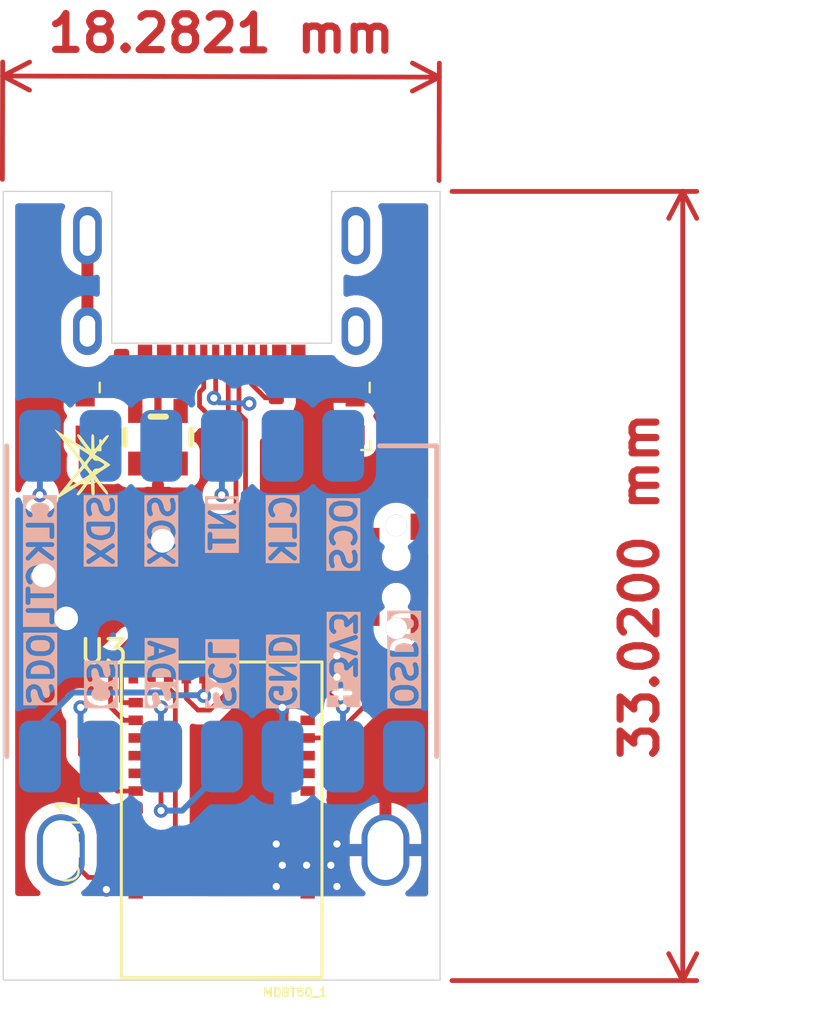
<source format=kicad_pcb>
(kicad_pcb (version 20240108) (generator "pcbnew") (generator_version "8.0")
  (layers (0 "F.Cu" signal) (31 "B.Cu" signal) (34 "B.Paste" user) (35 "F.Paste" user) (36 "B.SilkS" user "B.Silkscreen") (37 "F.SilkS" user "F.Silkscreen") (38 "B.Mask" user) (39 "F.Mask" user) (44 "Edge.Cuts" user))
  (net 0 "")
  (net 1 "B+")
  (net 2 "Net-(ETA4054S1F1-STAT)")
  (net 3 "VBUS")
  (net 4 "Net-(ETA4054S1F1-ISET)")
  (net 5 "Net-(LED1C1-A)")
  (net 6 "SWCLK")
  (net 7 "Net-(LED1n1-A)")
  (net 9 "USB_CHASSIS")
  (net 13 "D-")
  (net 17 "D+")
  (net 18 "SWDIO")
  (net 19 "Net-(MDBT50_1-P0.31)")
  (net 20 "RST")
  (net 22 "SDO")
  (net 25 "+3.3V")
  (net 26 "CS")
  (net 27 "SCL")
  (net 28 "CLK")
  (net 29 "SDA")
  (net 30 "INT1")
  (net 33 "CLK_EN")
  (net 34 "GND")
  (net 35 "SCX")
  (net 36 "SDX")
  (net 37 "Net-(U2-CC1)")
  (net 38 "Net-(U2-CC2)")
  (net 39 "Net-(MDBT50_1-P0.30)")
  (footprint "LED_custom:XINGLIGHT XL-1608UBC-04" (layer "F.Cu") (at 110.871 72.771 -90)
    (property "Reference" "LED1C1" (hide yes))
    (property "Value" "XINGLIGHT XL-1608UBC-04" (hide yes))
    (pad "1" smd rect (at -0.8 0 270) (size 0.8 0.8) (layers "F.Cu" "F.Paste" "F.Mask") (net 2 "Net-(ETA4054S1F1-STAT)"))
    (pad "2" smd rect (at 0.8 0 270) (size 0.8 0.8) (layers "F.Cu" "F.Paste" "F.Mask") (net 5 "Net-(LED1C1-A)"))
  )
  (footprint "passive_custom:C_0402_JLC" (layer "F.Cu") (at 111.764 90.5404 90)
    (property "Reference" "C1n1" (at 0.0508 -1.6256 90) (layer "F.SilkS") (effects (font (thickness 0.1))))
    (property "Value" "10uF")
    (pad "1" smd roundrect (at -0.4626 -0.004001 90) (size 0.56 0.62) (layers "F.Cu" "F.Paste" "F.Mask") (net 1 "B+"))
    (pad "2" smd roundrect (at 0.4974 -0.004 90) (size 0.56 0.62) (layers "F.Cu" "F.Paste" "F.Mask") (net 34 "GND"))
  )
  (footprint "MDBT50 footprint:MDBT50" (layer "F.Cu") (at 116.586 89.662 180)
    (property "Reference" "MDBT50_1" (at -3.075003 -7.225001 360) (layer "F.SilkS") (effects (font (size 0.354331 0.354331) (thickness 0.088583))))
    (property "Value" "MDBT50_52833" (hide yes))
    (pad "1" smd rect (at -3.6 -3.1 180) (size 0.6 0.4) (layers "F.Cu" "F.Paste" "F.Mask") (net 34 "GND"))
    (pad "2" smd rect (at -3.6 -0.28 180) (size 0.6 0.4) (layers "F.Cu" "F.Paste" "F.Mask"))
    (pad "3" smd rect (at -3.6 0.46 180) (size 0.6 0.4) (layers "F.Cu" "F.Paste" "F.Mask"))
    (pad "4" smd rect (at -3.6 1.2 180) (size 0.6 0.4) (layers "F.Cu" "F.Paste" "F.Mask"))
    (pad "5" smd rect (at -3.6 1.94 180) (size 0.6 0.4) (layers "F.Cu" "F.Paste" "F.Mask"))
    (pad "6" smd rect (at -3.6 2.68 180) (size 0.6 0.4) (layers "F.Cu" "F.Paste" "F.Mask") (net 39 "Net-(MDBT50_1-P0.30)"))
    (pad "7" smd rect (at -3.6 3.42 180) (size 0.6 0.4) (layers "F.Cu" "F.Paste" "F.Mask") (net 19 "Net-(MDBT50_1-P0.31)"))
    (pad "8" smd rect (at -3.6 4.16 180) (size 0.6 0.4) (layers "F.Cu" "F.Paste" "F.Mask"))
    (pad "9" smd rect (at -3.6 4.9 180) (size 0.6 0.4) (layers "F.Cu" "F.Paste" "F.Mask"))
    (pad "10" smd rect (at -3.7 6 180) (size 0.4 0.6) (layers "F.Cu" "F.Paste" "F.Mask") (net 34 "GND"))
    (pad "11" smd rect (at -2.96 6 180) (size 0.4 0.6) (layers "F.Cu" "F.Paste" "F.Mask"))
    (pad "12" smd rect (at -2.22 6 180) (size 0.4 0.6) (layers "F.Cu" "F.Paste" "F.Mask"))
    (pad "13" smd rect (at -1.48 6 180) (size 0.4 0.6) (layers "F.Cu" "F.Paste" "F.Mask"))
    (pad "14" smd rect (at -0.74 6 180) (size 0.4 0.6) (layers "F.Cu" "F.Paste" "F.Mask"))
    (pad "15" smd rect (at 0 6 180) (size 0.4 0.6) (layers "F.Cu" "F.Paste" "F.Mask") (net 30 "INT1"))
    (pad "16" smd rect (at 0.74 6 180) (size 0.4 0.6) (layers "F.Cu" "F.Paste" "F.Mask") (net 22 "SDO"))
    (pad "17" smd rect (at 1.48 6 180) (size 0.4 0.6) (layers "F.Cu" "F.Paste" "F.Mask") (net 25 "+3.3V"))
    (pad "18" smd rect (at 2.22 6 180) (size 0.4 0.6) (layers "F.Cu" "F.Paste" "F.Mask") (net 1 "B+"))
    (pad "19" smd rect (at 2.96 6 180) (size 0.4 0.6) (layers "F.Cu" "F.Paste" "F.Mask") (net 3 "VBUS"))
    (pad "20" smd rect (at 3.7 6 180) (size 0.4 0.6) (layers "F.Cu" "F.Paste" "F.Mask") (net 34 "GND"))
    (pad "21" smd rect (at 3.6 4.9 180) (size 0.6 0.4) (layers "F.Cu" "F.Paste" "F.Mask") (net 13 "D-"))
    (pad "22" smd rect (at 3.6 4.16 180) (size 0.6 0.4) (layers "F.Cu" "F.Paste" "F.Mask") (net 17 "D+"))
    (pad "23" smd rect (at 3.6 3.42 180) (size 0.6 0.4) (layers "F.Cu" "F.Paste" "F.Mask") (net 29 "SDA"))
    (pad "24" smd rect (at 3.6 2.68 180) (size 0.6 0.4) (layers "F.Cu" "F.Paste" "F.Mask") (net 27 "SCL"))
    (pad "25" smd rect (at 3.6 1.94 180) (size 0.6 0.4) (layers "F.Cu" "F.Paste" "F.Mask") (net 20 "RST"))
    (pad "26" smd rect (at 3.6 1.2 180) (size 0.6 0.4) (layers "F.Cu" "F.Paste" "F.Mask") (net 26 "CS"))
    (pad "27" smd rect (at 3.6 0.46 180) (size 0.6 0.4) (layers "F.Cu" "F.Paste" "F.Mask") (net 18 "SWDIO"))
    (pad "28" smd rect (at 3.6 -0.28 180) (size 0.6 0.4) (layers "F.Cu" "F.Paste" "F.Mask") (net 6 "SWCLK"))
    (pad "29" smd rect (at 3.6 -1.02 180) (size 0.6 0.4) (layers "F.Cu" "F.Paste" "F.Mask") (net 9 "USB_CHASSIS"))
    (pad "30" smd rect (at 3.6 -1.76 180) (size 0.6 0.4) (layers "F.Cu" "F.Paste" "F.Mask") (net 33 "CLK_EN"))
    (pad "31" smd rect (at 3.6 -3.1 180) (size 0.6 0.4) (layers "F.Cu" "F.Paste" "F.Mask") (net 34 "GND"))
  )
  (footprint "passive_custom:R_0402_JLC" (layer "F.Cu") (at 111.379 74.803 180)
    (property "Reference" "R2C1" (hide yes))
    (property "Value" "15k" (hide yes))
    (pad "1" smd roundrect (at -0.51 -0.000001 180) (size 0.54 0.64) (layers "F.Cu" "F.Paste" "F.Mask") (net 3 "VBUS"))
    (pad "2" smd roundrect (at 0.51 0.000001 180) (size 0.54 0.64) (layers "F.Cu" "F.Paste" "F.Mask") (net 5 "Net-(LED1C1-A)"))
  )
  (footprint "MDBT50 footprint:Paw-Connect_RevA_TC2030-IDC-NL_2x03_P1.27mm_Vertical" (layer "F.Cu") (at 111.627179 79.621977)
    (property "Reference" "U3" (at 0.02 3.01 0) (layer "F.SilkS"))
    (property "Value" "~")
    (pad "" np_thru_hole circle (at -2.488934 -0.18511 207.5) (size 0.9906 0.9906) (drill 0.9906) (layers "*.Cu" "*.Mask"))
    (pad "" np_thru_hole circle (at -1.550661 1.617298 207.5) (size 0.9906 0.9906) (drill 0.9906) (layers "*.Cu" "*.Mask"))
    (pad "" np_thru_hole circle (at 2.486218 -1.629589 207.5) (size 0.9906 0.9906) (drill 0.9906) (layers "*.Cu" "*.Mask"))
    (pad "1" connect custom (at 0.93 -1.28 207.5) (size 0.7874 0.7874) (layers "F.Cu" "F.Mask") (net 25 "+3.3V") (options (clearance outline) (anchor circle)) (primitives (gr_poly (pts (xy -0.48978 0.67719) (xy -0.510885 0.663528) (xy -0.530922 0.648135) (xy -0.549835 0.630994) (xy -0.567363 0.612317) (xy -0.583289 0.592361) (xy -0.597624 0.571188) (xy -0.610379 0.548855) (xy -0.621567 0.525421) (xy -0.631197 0.500946) (xy -0.63928 0.475488) (xy -0.645829 0.449108) (xy -0.654366 0.393811) (xy -0.656898 0.335528) (xy -0.653514 0.27473) (xy -0.644305 0.211891) (xy -0.629358 0.14748) (xy -0.608765 0.081971) (xy -0.582614 0.015835) (xy -0.550996 -0.050455) (xy -0.513999 -0.116431) (xy -0.471714 -0.181616) (xy -0.424229 -0.245541) (xy -0.371634 -0.307733) (xy -0.343783 -0.337678) (xy -0.315386 -0.366332) (xy -0.286496 -0.393682) (xy -0.257171 -0.41971) (xy -0.227466 -0.444403) (xy -0.197437 -0.467744) (xy -0.167139 -0.48972) (xy -0.136628 -0.510313) (xy -0.10596 -0.52951) (xy -0.07519 -0.547294) (xy -0.044375 -0.563652) (xy -0.01357 -0.578566) (xy 0.017169 -0.592022) (xy 0.047788 -0.604006) (xy 0.07823 -0.614501) (xy 0.108439 -0.623492) (xy 0.13836 -0.630965) (xy 0.167937 -0.636902) (xy 0.197113 -0.641292) (xy 0.225836 -0.644116) (xy 0.254046 -0.64536) (xy 0.28169 -0.64501) (xy 0.308711 -0.643049) (xy 0.335054 -0.639462) (xy 0.360664 -0.634235) (xy 0.385484 -0.627351) (xy 0.409458 -0.618795) (xy 0.432531 -0.608554) (xy 0.454648 -0.59661) (xy 0.475753 -0.58295) (xy 0.49579 -0.567556) (xy 0.514703 -0.550415) (xy 0.532232 -0.531737) (xy 0.548158 -0.511781) (xy 0.562494 -0.490607) (xy 0.57525 -0.468274) (xy 0.586437 -0.44484) (xy 0.596067 -0.420365) (xy 0.604151 -0.394906) (xy 0.610701 -0.368525) (xy 0.619238 -0.313228) (xy 0.621771 -0.254945) (xy 0.618387 -0.194147) (xy 0.609178 -0.131307) (xy 0.594232 -0.066897) (xy 0.573639 -0.001388) (xy 0.547489 0.064749) (xy 0.51587 0.13104) (xy 0.478873 0.197015) (xy 0.436588 0.262201) (xy 0.389102 0.326126) (xy 0.336508 0.388319) (xy 0.336509 0.388317) (xy 0.308657 0.418262) (xy 0.280258 0.446916) (xy 0.251369 0.474265) (xy 0.222043 0.500294) (xy 0.192337 0.524986) (xy 0.162308 0.548327) (xy 0.132009 0.570302) (xy 0.101499 0.590896) (xy 0.07083 0.610092) (xy 0.04006 0.627876) (xy 0.009245 0.644233) (xy -0.021561 0.659148) (xy -0.052301 0.672604) (xy -0.082919 0.684587) (xy -0.113362 0.695082) (xy -0.143571 0.704073) (xy -0.173492 0.711545) (xy -0.203068 0.717483) (xy -0.232245 0.721872) (xy -0.260967 0.724697) (xy -0.289177 0.725941) (xy -0.316822 0.72559) (xy -0.343843 0.723628) (xy -0.370186 0.720042) (xy -0.395795 0.714814) (xy -0.420615 0.70793) (xy -0.444589 0.699375) (xy -0.467663 0.689133)) (width 0) (fill yes))))
    (pad "2" connect custom (at 1.82 -0.56 207.5) (size 0.7874 0.7874) (layers "F.Cu" "F.Mask") (net 18 "SWDIO") (options (clearance outline) (anchor circle)) (primitives (gr_poly (pts (xy -0.416452 0.403732) (xy -0.436126 0.392017) (xy -0.45484 0.379359) (xy -0.472555 0.365772) (xy -0.489228 0.351272) (xy -0.504816 0.335874) (xy -0.519279 0.319593) (xy -0.532572 0.302446) (xy -0.544656 0.284446) (xy -0.555487 0.265611) (xy -0.565024 0.245954) (xy -0.573225 0.225491) (xy -0.580047 0.204239) (xy -0.585448 0.182211) (xy -0.589346 0.159693) (xy -0.591701 0.136984) (xy -0.592543 0.114124) (xy -0.591905 0.091152) (xy -0.589817 0.068106) (xy -0.586309 0.045027) (xy -0.581411 0.021954) (xy -0.575155 -0.001077) (xy -0.567571 -0.024024) (xy -0.558691 -0.046849) (xy -0.548543 -0.069512) (xy -0.53716 -0.091976) (xy -0.51081 -0.136146) (xy -0.479885 -0.179048) (xy -0.44463 -0.220367) (xy -0.405292 -0.259793) (xy -0.362115 -0.297013) (xy -0.315345 -0.331714) (xy -0.265228 -0.363586) (xy -0.212008 -0.392314) (xy -0.155931 -0.417587) (xy -0.097244 -0.439093) (xy -0.067353 -0.448229) (xy -0.037622 -0.456129) (xy -0.008092 -0.46281) (xy 0.021194 -0.468285) (xy 0.050195 -0.472571) (xy 0.078868 -0.475682) (xy 0.107171 -0.477634) (xy 0.135062 -0.478444) (xy 0.1625 -0.478125) (xy 0.189442 -0.476693) (xy 0.215847 -0.474164) (xy 0.241671 -0.470553) (xy 0.266874 -0.465875) (xy 0.291412 -0.460146) (xy 0.315245 -0.453381) (xy 0.33833 -0.445595) (xy 0.360625 -0.436804) (xy 0.382089 -0.427023) (xy 0.402678 -0.416268) (xy 0.422351 -0.404553) (xy 0.441066 -0.391894) (xy 0.458781 -0.378307) (xy 0.475454 -0.363807) (xy 0.491042 -0.348408) (xy 0.505505 -0.332128) (xy 0.518799 -0.31498) (xy 0.530884 -0.296981) (xy 0.541715 -0.278145) (xy 0.551253 -0.258489) (xy 0.559454 -0.238026) (xy 0.566277 -0.216773) (xy 0.571679 -0.194746) (xy 0.575577 -0.172228) (xy 0.577932 -0.149519) (xy 0.578775 -0.126659) (xy 0.578136 -0.103687) (xy 0.576049 -0.080642) (xy 0.572539 -0.057563) (xy 0.567643 -0.034489) (xy 0.561386 -0.011458) (xy 0.553803 0.011489) (xy 0.544922 0.034314) (xy 0.534775 0.056977) (xy 0.523391 0.07944) (xy 0.497041 0.123611) (xy 0.466116 0.166513) (xy 0.430862 0.207832) (xy 0.391523 0.247258) (xy 0.348346 0.284477) (xy 0.301576 0.319179) (xy 0.251459 0.351051) (xy 0.19824 0.379779) (xy 0.142163 0.405052) (xy 0.083475 0.426558) (xy 0.053584 0.435693) (xy 0.023853 0.443593) (xy -0.005679 0.450273) (xy -0.034965 0.455748) (xy -0.063966 0.460033) (xy -0.092639 0.463144) (xy -0.120943 0.465097) (xy -0.148834 0.465906) (xy -0.176273 0.465587) (xy -0.203216 0.464156) (xy -0.22962 0.461627) (xy -0.255445 0.458016) (xy -0.280648 0.453339) (xy -0.305187 0.447609) (xy -0.32902 0.440844) (xy -0.352105 0.433059) (xy -0.3744 0.424268) (xy -0.395863 0.414487)) (width 0) (fill yes))))
    (pad "3" connect custom (at -0.27 -1.3 207.5) (size 0.7874 0.7874) (layers "F.Cu" "F.Mask") (net 20 "RST") (options (clearance outline) (anchor circle)) (primitives (gr_poly (pts (xy -0.303651 0.770058) (xy -0.324999 0.756515) (xy -0.345477 0.74127) (xy -0.365067 0.724377) (xy -0.383747 0.705892) (xy -0.401501 0.68587) (xy -0.418307 0.664364) (xy -0.434151 0.641432) (xy -0.449009 0.617128) (xy -0.462866 0.591507) (xy -0.4757 0.564626) (xy -0.487494 0.536537) (xy -0.498228 0.507298) (xy -0.507885 0.476962) (xy -0.516444 0.445586) (xy -0.523888 0.413223) (xy -0.530196 0.379931) (xy -0.535351 0.345763) (xy -0.539333 0.310775) (xy -0.542123 0.275023) (xy -0.543704 0.23856) (xy -0.544055 0.201442) (xy -0.543157 0.163726) (xy -0.540993 0.125466) (xy -0.537542 0.086716) (xy -0.532787 0.047532) (xy -0.526708 0.00797) (xy -0.519287 -0.031917) (xy -0.510503 -0.072072) (xy -0.489305 -0.151074) (xy -0.463818 -0.226776) (xy -0.434375 -0.298837) (xy -0.401312 -0.366918) (xy -0.364964 -0.430676) (xy -0.325665 -0.489774) (xy -0.283752 -0.543867) (xy -0.239559 -0.592618) (xy -0.193419 -0.635686) (xy -0.14567 -0.672729) (xy -0.096646 -0.703409) (xy -0.04668 -0.727383) (xy -0.02145 -0.736749) (xy 0.00389 -0.744311) (xy 0.029297 -0.750027) (xy 0.054731 -0.753854) (xy 0.080148 -0.755749) (xy 0.105507 -0.755671) (xy 0.130767 -0.753576) (xy 0.155884 -0.74942) (xy 0.180526 -0.743241) (xy 0.204374 -0.73514) (xy 0.227407 -0.725168) (xy 0.249608 -0.713384) (xy 0.270957 -0.699841) (xy 0.291435 -0.684596) (xy 0.311024 -0.667703) (xy 0.329706 -0.649218) (xy 0.34746 -0.629195) (xy 0.364267 -0.60769) (xy 0.38011 -0.584758) (xy 0.394969 -0.560454) (xy 0.408826 -0.534834) (xy 0.42166 -0.507952) (xy 0.433454 -0.479864) (xy 0.444189 -0.450624) (xy 0.453845 -0.420289) (xy 0.462405 -0.388912) (xy 0.469848 -0.35655) (xy 0.476156 -0.323258) (xy 0.481311 -0.28909) (xy 0.485294 -0.254103) (xy 0.488084 -0.21835) (xy 0.489664 -0.181888) (xy 0.490014 -0.144771) (xy 0.489116 -0.107055) (xy 0.486952 -0.068795) (xy 0.483502 -0.030045) (xy 0.478746 0.009138) (xy 0.472666 0.048699) (xy 0.465245 0.088585) (xy 0.456461 0.128739) (xy 0.435264 0.207743) (xy 0.409776 0.283446) (xy 0.380334 0.355508) (xy 0.347272 0.42359) (xy 0.310924 0.487349) (xy 0.271626 0.546446) (xy 0.229712 0.600541) (xy 0.185519 0.649292) (xy 0.13938 0.69236) (xy 0.09163 0.729404) (xy 0.042605 0.760083) (xy -0.00736 0.784056) (xy -0.032592 0.793423) (xy -0.057932 0.800986) (xy -0.08334 0.806701) (xy -0.108773 0.810528) (xy -0.134192 0.812423) (xy -0.159552 0.812344) (xy -0.184811 0.810248) (xy -0.209929 0.806093) (xy -0.234572 0.799915) (xy -0.258418 0.791812) (xy -0.281451 0.781841)) (width 0) (fill yes))))
    (pad "4" connect custom (at 0.339999 0.040001 207.5) (size 0.7874 0.7874) (layers "F.Cu" "F.Mask") (net 6 "SWCLK") (options (clearance outline) (anchor circle)) (primitives (gr_poly (pts (xy -0.278455 0.42508) (xy -0.33442 0.389032) (xy -0.387569 0.349918) (xy -0.437934 0.30792) (xy -0.485543 0.263217) (xy -0.530424 0.215989) (xy -0.572606 0.166416) (xy -0.612116 0.114679) (xy -0.648985 0.060955) (xy -0.683241 0.005426) (xy -0.714914 -0.051728) (xy -0.744031 -0.110328) (xy -0.770621 -0.170194) (xy -0.794712 -0.231146) (xy -0.816336 -0.293004) (xy -0.835518 -0.355589) (xy -0.801212 -0.36427) (xy -0.767123 -0.373875) (xy -0.733238 -0.384288) (xy -0.699547 -0.395394) (xy -0.632697 -0.419225) (xy -0.566486 -0.444449) (xy -0.435613 -0.495395) (xy -0.370768 -0.519277) (xy -0.338455 -0.530419) (xy -0.306199 -0.540873) (xy -0.270848 -0.551497) (xy -0.235708 -0.561114) (xy -0.200734 -0.569599) (xy -0.165881 -0.576826) (xy -0.131103 -0.58267) (xy -0.096355 -0.587004) (xy -0.06159 -0.589701) (xy -0.026765 -0.590638) (xy 0.008167 -0.589688) (xy 0.043252 -0.586724) (xy 0.078535 -0.581622) (xy 0.11406 -0.574255) (xy 0.149874 -0.564497) (xy 0.186023 -0.552223) (xy 0.22255 -0.537307) (xy 0.259503 -0.519623) (xy 0.277667 -0.509715) (xy 0.295189 -0.499493) (xy 0.312087 -0.488959) (xy 0.328374 -0.478119) (xy 0.344069 -0.466976) (xy 0.359185 -0.455536) (xy 0.387751 -0.43178) (xy 0.414196 -0.406887) (xy 0.438652 -0.380892) (xy 0.461246 -0.353831) (xy 0.482103 -0.325739) (xy 0.501354 -0.296651) (xy 0.519125 -0.266605) (xy 0.535545 -0.235635) (xy 0.550741 -0.203776) (xy 0.564841 -0.171066) (xy 0.577973 -0.137538) (xy 0.590265 -0.10323) (xy 0.601845 -0.068175) (xy 0.612416 -0.033593) (xy 0.622384 0.001488) (xy 0.641003 0.072874) (xy 0.67643 0.218598) (xy 0.695211 0.291829) (xy 0.7053 0.328295) (xy 0.71602 0.364568) (xy 0.727492 0.400581) (xy 0.739843 0.436262) (xy 0.753193 0.471544) (xy 0.767667 0.506357) (xy 0.706996 0.524756) (xy 0.645641 0.540835) (xy 0.583717 0.554478) (xy 0.521344 0.565572) (xy 0.458638 0.573999) (xy 0.395715 0.579647) (xy 0.332694 0.582399) (xy 0.26969 0.582141) (xy 0.206821 0.578757) (xy 0.144206 0.572131) (xy 0.081958 0.562151) (xy 0.020197 0.5487) (xy -0.040962 0.531663) (xy -0.1014 0.510925) (xy -0.161 0.486371) (xy -0.219647 0.457886)) (width 0) (fill yes))))
    (pad "5" connect custom (at -1.18 -0.580001 207.5) (size 0.7874 0.7874) (layers "F.Cu" "F.Mask") (net 34 "GND") (options (clearance outline) (anchor circle)) (primitives (gr_poly (pts (xy -0.117895 0.551553) (xy -0.138128 0.539416) (xy -0.158027 0.526026) (xy -0.177554 0.511413) (xy -0.196671 0.495601) (xy -0.215343 0.478616) (xy -0.233533 0.460484) (xy -0.251204 0.441231) (xy -0.268322 0.420883) (xy -0.284846 0.399466) (xy -0.300744 0.377005) (xy -0.315977 0.353527) (xy -0.330508 0.329058) (xy -0.344303 0.303624) (xy -0.357323 0.27725) (xy -0.369533 0.249963) (xy -0.380896 0.221787) (xy -0.391376 0.192751) (xy -0.400934 0.162878) (xy -0.416783 0.10219) (xy -0.428061 0.041512) (xy -0.434884 -0.018779) (xy -0.437367 -0.078301) (xy -0.435627 -0.136673) (xy -0.429778 -0.193515) (xy -0.419937 -0.248446) (xy -0.406218 -0.301086) (xy -0.388738 -0.351055) (xy -0.367614 -0.397972) (xy -0.35572 -0.420167) (xy -0.342959 -0.441457) (xy -0.329343 -0.461792) (xy -0.314889 -0.481128) (xy -0.29961 -0.499415) (xy -0.283521 -0.516607) (xy -0.266637 -0.532654) (xy -0.248972 -0.547511) (xy -0.230539 -0.561129) (xy -0.211354 -0.573461) (xy -0.191431 -0.58446) (xy -0.170785 -0.594077) (xy -0.149682 -0.602172) (xy -0.128403 -0.608653) (xy -0.106987 -0.613547) (xy -0.085467 -0.616879) (xy -0.063882 -0.618674) (xy -0.042268 -0.61896) (xy -0.02066 -0.617761) (xy 0.000903 -0.615104) (xy 0.022387 -0.611015) (xy 0.043752 -0.60552) (xy 0.064965 -0.598644) (xy 0.085989 -0.590413) (xy 0.106787 -0.580855) (xy 0.12732 -0.569993) (xy 0.147555 -0.557855) (xy 0.167454 -0.544466) (xy 0.18698 -0.529853) (xy 0.206098 -0.51404) (xy 0.22477 -0.497056) (xy 0.242961 -0.478922) (xy 0.260632 -0.459669) (xy 0.27775 -0.439321) (xy 0.294275 -0.417903) (xy 0.310172 -0.395443) (xy 0.325405 -0.371964) (xy 0.339938 -0.347495) (xy 0.353732 -0.32206) (xy 0.366752 -0.295686) (xy 0.378962 -0.268398) (xy 0.390325 -0.240223) (xy 0.400804 -0.211186) (xy 0.410363 -0.181313) (xy 0.426212 -0.120626) (xy 0.437491 -0.059948) (xy 0.444313 0.000343) (xy 0.446796 0.059863) (xy 0.445055 0.118234) (xy 0.439206 0.175075) (xy 0.429364 0.230007) (xy 0.415645 0.282646) (xy 0.398165 0.332615) (xy 0.377039 0.379531) (xy 0.365145 0.401726) (xy 0.352384 0.423015) (xy 0.338768 0.443352) (xy 0.324314 0.462686) (xy 0.309035 0.480973) (xy 0.292946 0.498165) (xy 0.276061 0.514212) (xy 0.258395 0.52907) (xy 0.239963 0.542687) (xy 0.220778 0.55502) (xy 0.200854 0.566018) (xy 0.180209 0.575636) (xy 0.159106 0.58373) (xy 0.137827 0.590212) (xy 0.11641 0.595106) (xy 0.094891 0.598437) (xy 0.073306 0.600233) (xy 0.051692 0.600519) (xy 0.030085 0.599319) (xy 0.008521 0.596663) (xy -0.012961 0.592573) (xy -0.034327 0.587079) (xy -0.05554 0.580203) (xy -0.076563 0.571973) (xy -0.09736 0.562414)) (width 0) (fill yes))))
    (pad "6" connect custom (at -0.56 0.88 207.5) (size 0.7874 0.7874) (layers "F.Cu" "F.Mask") (options (clearance outline) (anchor circle)) (primitives (gr_poly (pts (xy -0.290363 0.753241) (xy -0.302283 0.722037) (xy -0.31346 0.689854) (xy -0.324007 0.656769) (xy -0.343655 0.588191) (xy -0.362123 0.516897) (xy -0.399112 0.368552) (xy -0.419425 0.292695) (xy -0.430428 0.254606) (xy -0.442145 0.21651) (xy -0.454986 0.177868) (xy -0.469004 0.139305) (xy -0.484321 0.100944) (xy -0.50106 0.062908) (xy -0.519342 0.025319) (xy -0.53929 -0.011699) (xy -0.561025 -0.048025) (xy -0.584671 -0.083534) (xy -0.610348 -0.118105) (xy -0.638179 -0.151613) (xy -0.668287 -0.183938) (xy -0.700793 -0.214955) (xy -0.735819 -0.244542) (xy -0.773487 -0.272576) (xy -0.813919 -0.298935) (xy -0.857239 -0.323494) (xy -0.87974 -0.334627) (xy -0.902198 -0.34489) (xy -0.924609 -0.354301) (xy -0.946967 -0.362884) (xy -0.96927 -0.370659) (xy -0.991514 -0.377648) (xy -1.013695 -0.383873) (xy -1.035811 -0.389354) (xy -1.079827 -0.398172) (xy -1.123536 -0.404274) (xy -1.166906 -0.407831) (xy -1.209909 -0.409013) (xy -1.252516 -0.407992) (xy -1.294698 -0.40494) (xy -1.336423 -0.400026) (xy -1.377665 -0.393424) (xy -1.418393 -0.385303) (xy -1.458578 -0.375835) (xy -1.498192 -0.365191) (xy -1.537205 -0.353542) (xy -1.572232 -0.342253) (xy -1.606905 -0.330462) (xy -1.675196 -0.30579) (xy -1.807634 -0.255063) (xy -1.871824 -0.230702) (xy -1.934689 -0.208138) (xy -1.965631 -0.197795) (xy -1.996251 -0.18822) (xy -2.026548 -0.179517) (xy -2.056529 -0.171793) (xy -2.072826 -0.268486) (xy -2.083838 -0.364889) (xy -2.089669 -0.460375) (xy -2.090422 -0.554324) (xy -2.086198 -0.646109) (xy -2.077101 -0.735108) (xy -2.063234 -0.820695) (xy -2.044701 -0.902248) (xy -2.021604 -0.979144) (xy -1.994046 -1.050756) (xy -1.978626 -1.084387) (xy -1.962129 -1.116463) (xy -1.944569 -1.146906) (xy -1.925958 -1.175639) (xy -1.906309 -1.202583) (xy -1.885634 -1.227661) (xy -1.863948 -1.250796) (xy -1.841261 -1.271907) (xy -1.817588 -1.290918) (xy -1.792942 -1.30775) (xy -1.767335 -1.322326) (xy -1.74078 -1.334567) (xy -1.694578 -1.351888) (xy -1.650671 -1.365216) (xy -1.608903 -1.37472) (xy -1.569119 -1.380573) (xy -1.53116 -1.382945) (xy -1.49487 -1.382005) (xy -1.460095 -1.377927) (xy -1.426678 -1.370878) (xy -1.394462 -1.361032) (xy -1.363291 -1.348557) (xy -1.333009 -1.333625) (xy -1.30346 -1.316407) (xy -1.274487 -1.297073) (xy -1.245934 -1.275793) (xy -1.189466 -1.228081) (xy -0.949158 -0.993563) (xy -0.879224 -0.930844) (xy -0.802847 -0.869218) (xy -0.761852 -0.839242) (xy -0.718779 -0.810051) (xy -0.67347 -0.781818) (xy -0.625768 -0.754711) (xy -0.590477 -0.736339) (xy -0.54091 -0.712812) (xy -0.49179 -0.691888) (xy -0.443167 -0.673344) (xy -0.39509 -0.656953) (xy -0.34761 -0.642488) (xy -0.300779 -0.629724) (xy -0.209259 -0.608396) (xy 0.120842 -0.545978) (xy 0.192357 -0.527066) (xy 0.226187 -0.515872) (xy 0.258663 -0.503217) (xy 0.289737 -0.488877) (xy 0.319355 -0.472627) (xy 0.347472 -0.454239) (xy 0.374032 -0.433488) (xy 0.398989 -0.410149) (xy 0.422289 -0.383995) (xy 0.443885 -0.354801) (xy 0.463726 -0.322341) (xy 0.481759 -0.28639) (xy 0.497936 -0.246722) (xy 0.512206 -0.203109) (xy 0.524518 -0.155328) (xy 0.529805 -0.125939) (xy 0.532533 -0.095964) (xy 0.53276 -0.065464) (xy 0.530547 -0.034497) (xy 0.525955 -0.003121) (xy 0.519044 0.028604) (xy 0.509873 0.06062) (xy 0.498504 0.092866) (xy 0.469408 0.15782) (xy 0.432238 0.222996) (xy 0.387476 0.287922) (xy 0.335603 0.352127) (xy 0.277102 0.415143) (xy 0.212452 0.476497) (xy 0.142136 0.535721) (xy 0.066635 0.592342) (xy -0.013569 0.64589) (xy -0.097995 0.695896) (xy -0.186162 0.741887) (xy -0.277588 0.783394)) (width 0) (fill yes))))
    (zone (net 0) (net_name "") (layer "F.Cu") (connect_pads (clearance 0)) (min_thickness 0.254)
      (keepout (tracks allowed) (vias not_allowed) (pads allowed) (copperpour not_allowed) (footprints not_allowed))
      (fill (thermal_gap 0.508) (thermal_bridge_width 0.508))
      (polygon (pts (xy 111.027096 80.314901) (xy 113.280103 79.14206) (xy 112.693682 78.015557) (xy 110.440675 79.188398)))
    )
  )
  (footprint "passive_custom:R_0402_JLC" (layer "F.Cu") (at 112.395 70.739 -90)
    (property "Reference" "R2U1" (hide yes))
    (property "Value" "5.1k" (hide yes))
    (pad "1" smd roundrect (at -0.51 -0.000001 270) (size 0.54 0.64) (layers "F.Cu" "F.Paste" "F.Mask") (net 34 "GND"))
    (pad "2" smd roundrect (at 0.51 0.000001 270) (size 0.54 0.64) (layers "F.Cu" "F.Paste" "F.Mask") (net 38 "Net-(U2-CC2)"))
  )
  (footprint "USB-C_Custom:HCTL HC-TYPE-C-16P-CB1.0" (layer "F.Cu") (at 116.586 67.788401 180)
    (property "Reference" "U2" (hide yes))
    (property "Value" "~" (hide yes))
    (pad "0" thru_hole oval (at -5.62 -1.43 180) (size 1.2 2) (drill oval 0.65 1.3) (layers "*.Cu" "*.Mask") (net 9 "USB_CHASSIS"))
    (pad "0" thru_hole oval (at -5.62 2.57 180) (size 1.2 2.4) (drill oval 0.65 1.7) (layers "*.Cu" "*.Mask") (net 9 "USB_CHASSIS"))
    (pad "0" thru_hole oval (at 5.62 -1.43 180) (size 1.2 2) (drill oval 0.65 1.3) (layers "*.Cu" "*.Mask") (net 9 "USB_CHASSIS"))
    (pad "0" thru_hole oval (at 5.62 2.57 180) (size 1.2 2.4) (drill oval 0.65 1.7) (layers "*.Cu" "*.Mask") (net 9 "USB_CHASSIS"))
    (pad "A1B12" smd rect (at -3.21 -2.57 180) (size 0.6 1.15) (layers "F.Cu" "F.Paste" "F.Mask") (net 34 "GND"))
    (pad "A4B9" smd rect (at -2.41 -2.57 180) (size 0.6 1.15) (layers "F.Cu" "F.Paste" "F.Mask") (net 3 "VBUS"))
    (pad "A5" smd rect (at -1.25 -2.57 180) (size 0.3 1.15) (layers "F.Cu" "F.Paste" "F.Mask") (net 37 "Net-(U2-CC1)"))
    (pad "A6" smd rect (at -0.25 -2.57 180) (size 0.3 1.15) (layers "F.Cu" "F.Paste" "F.Mask") (net 17 "D+"))
    (pad "A7" smd rect (at 0.25 -2.57 180) (size 0.3 1.15) (layers "F.Cu" "F.Paste" "F.Mask") (net 13 "D-"))
    (pad "A8" smd rect (at 1.25 -2.57 180) (size 0.3 1.15) (layers "F.Cu" "F.Paste" "F.Mask" "Dwgs.User"))
    (pad "B1A12" smd rect (at 3.21 -2.57 180) (size 0.6 1.15) (layers "F.Cu" "F.Paste" "F.Mask") (net 34 "GND"))
    (pad "B4A9" smd rect (at 2.41 -2.57 180) (size 0.6 1.15) (layers "F.Cu" "F.Paste" "F.Mask") (net 3 "VBUS"))
    (pad "B5" smd rect (at 1.75 -2.57 180) (size 0.3 1.15) (layers "F.Cu" "F.Paste" "F.Mask" "Dwgs.User") (net 38 "Net-(U2-CC2)"))
    (pad "B6" smd rect (at 0.75 -2.57 180) (size 0.3 1.15) (layers "F.Cu" "F.Paste" "F.Mask") (net 17 "D+"))
    (pad "B7" smd rect (at -0.75 -2.57 180) (size 0.3 1.15) (layers "F.Cu" "F.Paste" "F.Mask") (net 13 "D-"))
    (pad "B8" smd rect (at -1.75 -2.57 180) (size 0.3 1.15) (layers "F.Cu" "F.Paste" "F.Mask"))
  )
  (footprint "justPads_custom:2_3-1.5_2.5_1_1" (layer "F.Cu") (at 109.855 90.932)
    (property "Reference" "B+1" (hide yes))
    (property "Value" "B+" (hide yes))
    (pad "1" thru_hole oval (at 0 0) (size 2 3) (drill oval 1.5 2.5) (layers "*.Cu" "*.Mask") (net 1 "B+"))
  )
  (footprint "passive_custom:R_0402_JLC" (layer "F.Cu") (at 119.634 80.137 -90)
    (property "Reference" "R1C1" (hide yes))
    (property "Value" "15k" (hide yes))
    (pad "1" smd roundrect (at -0.51 -0.000001 270) (size 0.54 0.64) (layers "F.Cu" "F.Paste" "F.Mask") (net 4 "Net-(ETA4054S1F1-ISET)"))
    (pad "2" smd roundrect (at 0.51 0.000001 270) (size 0.54 0.64) (layers "F.Cu" "F.Paste" "F.Mask") (net 34 "GND"))
  )
  (footprint "buttons_custom:GT-TC020B-H035-L05" (layer "F.Cu") (at 123.571 79.502 90)
    (property "Reference" "S1" (hide yes))
    (property "Value" "~" (hide yes))
    (pad "" thru_hole circle (at -2.150003 0.325002 90) (size 0.9 0.9) (drill 0.9) (layers "*.Cu" "*.Mask"))
    (pad "" np_thru_hole circle (at -0.849997 0.325 90) (size 0.7 0.7) (drill 0.7) (layers "F&B.Cu" "*.Mask"))
    (pad "" np_thru_hole circle (at 0.85 0.325002 90) (size 0.7 0.7) (drill 0.7) (layers "F&B.Cu" "*.Mask"))
    (pad "" thru_hole circle (at 2.150001 0.325001 90) (size 0.9 0.9) (drill 0.9) (layers "*.Cu" "*.Mask"))
    (pad "1" smd rect (at -1.7 -0.975 90) (size 0.7 1.2) (layers "F.Cu" "F.Paste" "F.Mask") (net 19 "Net-(MDBT50_1-P0.31)"))
    (pad "2" smd rect (at 1.7 -0.975 90) (size 0.7 1.2) (layers "F.Cu" "F.Paste" "F.Mask") (net 34 "GND"))
    (pad "3" smd rect (at 0 -1.275 90) (size 1.5 1) (layers "F.Cu" "F.Paste" "F.Mask") (net 34 "GND"))
    (pad "4" smd rect (at -2.100001 1.274999 90) (size 1.1 0.7) (layers "F.Cu" "F.Paste" "F.Mask") (net 34 "GND"))
    (pad "4" smd rect (at 2.100001 1.275 90) (size 1.1 0.7) (layers "F.Cu" "F.Paste" "F.Mask") (net 34 "GND"))
  )
  (footprint "passive_custom:R_0402_JLC" (layer "F.Cu") (at 119.89 82.550001 180)
    (property "Reference" "R1n1" (hide yes))
    (property "Value" "15k" (hide yes))
    (pad "1" smd roundrect (at -0.51 -0.000001 180) (size 0.54 0.64) (layers "F.Cu" "F.Paste" "F.Mask") (net 39 "Net-(MDBT50_1-P0.30)"))
    (pad "2" smd roundrect (at 0.51 0.000001 180) (size 0.54 0.64) (layers "F.Cu" "F.Paste" "F.Mask") (net 7 "Net-(LED1n1-A)"))
  )
  (footprint "justPads_custom:2_3-1.5_2.5_1_1" (layer "F.Cu") (at 123.444 90.932)
    (property "Reference" "B-1" (hide yes))
    (property "Value" "B-" (hide yes))
    (pad "1" thru_hole oval (at 0 0) (size 2 3) (drill oval 1.5 2.5) (layers "*.Cu" "*.Mask") (net 34 "GND"))
  )
  (footprint "battery_management_custom:ETA4054S2F" (layer "F.Cu") (at 113.919 73.66 -90)
    (property "Reference" "ETA4054S1F1" (hide yes))
    (property "Value" "~")
    (pad "1" smd rect (at 1.099998 0.949707 270) (size 0.999998 0.599999) (layers "F.Cu" "F.Paste" "F.Mask") (net 2 "Net-(ETA4054S1F1-STAT)"))
    (pad "2" smd rect (at 1.074598 0 270) (size 0.999998 0.599999) (layers "F.Cu" "F.Paste" "F.Mask") (net 34 "GND"))
    (pad "3" smd rect (at 1.099996 -0.949958 270) (size 0.999998 0.599999) (layers "F.Cu" "F.Paste" "F.Mask") (net 1 "B+"))
    (pad "4" smd rect (at -1.10015 -0.950214 270) (size 0.999998 0.599999) (layers "F.Cu" "F.Paste" "F.Mask") (net 3 "VBUS"))
    (pad "5" smd rect (at -1.100151 0.949962 270) (size 0.999998 0.599999) (layers "F.Cu" "F.Paste" "F.Mask") (net 4 "Net-(ETA4054S1F1-ISET)"))
  )
  (footprint "passive_custom:C_0402_JLC" (layer "F.Cu") (at 119.634 78.74 180)
    (property "Reference" "C1C2" (hide yes))
    (property "Value" "10uF" (hide yes))
    (pad "1" smd roundrect (at -0.462599 -0.004002 180) (size 0.56 0.62) (layers "F.Cu" "F.Paste" "F.Mask") (net 34 "GND"))
    (pad "2" smd roundrect (at 0.4974 -0.004 180) (size 0.56 0.62) (layers "F.Cu" "F.Paste" "F.Mask") (net 3 "VBUS"))
  )
  (footprint "LOGO" (layer "F.Cu") (at 110.871 74.803 90)
    (property "Reference" "G***" (hide yes))
    (property "Value" "LOGO" (hide yes))
  )
  (footprint "LED_custom:XINGLIGHT XL-1608UBC-04" (layer "F.Cu") (at 122.174 72.771 -90)
    (property "Reference" "LED1n1" (hide yes))
    (property "Value" "XINGLIGHT XL-1608SURC-06" (hide yes))
    (pad "1" smd rect (at -0.8 0 270) (size 0.8 0.8) (layers "F.Cu" "F.Paste" "F.Mask") (net 34 "GND"))
    (pad "2" smd rect (at 0.8 0 270) (size 0.8 0.8) (layers "F.Cu" "F.Paste" "F.Mask") (net 7 "Net-(LED1n1-A)"))
  )
  (footprint "passive_custom:R_0402_JLC" (layer "F.Cu") (at 118.872 72.517 -90)
    (property "Reference" "R1U1" (hide yes))
    (property "Value" "5.1k" (hide yes))
    (pad "1" smd roundrect (at -0.51 -0.000001 270) (size 0.54 0.64) (layers "F.Cu" "F.Paste" "F.Mask") (net 37 "Net-(U2-CC1)"))
    (pad "2" smd roundrect (at 0.51 0.000001 270) (size 0.54 0.64) (layers "F.Cu" "F.Paste" "F.Mask") (net 34 "GND"))
  )
  (footprint "breakout_custom:kounolab-imu" (layer "B.Cu") (at 116.596 80.241)
    (property "Reference" "U6" (hide yes))
    (property "Value" "~" (hide yes))
    (fp_text user "INT" (at 0.635 -4.272 90) (layer "B.SilkS" knockout) (effects (font (thickness 0.2) (bold yes)) (justify left bottom mirror)))
    (fp_text user "GND" (at 1.922433 4.872001 -90) (layer "B.SilkS" knockout) (effects (font (thickness 0.2) (bold yes)) (justify left bottom mirror)))
    (fp_text user "SCL" (at -0.617566 4.872003 -90) (layer "B.SilkS" knockout) (effects (font (thickness 0.2) (bold yes)) (justify left bottom mirror)))
    (fp_text user "SDA" (at -3.157565 4.872 -90) (layer "B.SilkS" knockout) (effects (font (thickness 0.2) (bold yes)) (justify left bottom mirror)))
    (fp_text user "+3V3" (at 4.462437 4.871999 -90) (layer "B.SilkS" knockout) (effects (font (thickness 0.2) (bold yes)) (justify left bottom mirror)))
    (fp_text user "OSDO" (at 7.002435 4.872 -90) (layer "B.SilkS" knockout) (effects (font (thickness 0.2) (bold yes)) (justify left bottom mirror)))
    (fp_text user "OCS" (at 5.714999 -4.145001 90) (layer "B.SilkS" knockout) (effects (font (thickness 0.2) (bold yes)) (justify left bottom mirror)))
    (fp_text user "CLK" (at 3.175 -4.272001 90) (layer "B.SilkS" knockout) (effects (font (thickness 0.2) (bold yes)) (justify left bottom mirror)))
    (fp_text user "CS" (at -5.697565 4.872 -90) (layer "B.SilkS" knockout) (effects (font (thickness 0.2) (bold yes)) (justify left bottom mirror)))
    (fp_text user "SCX" (at -1.905 -4.271998 90) (layer "B.SilkS" knockout) (effects (font (thickness 0.2) (bold yes)) (justify left bottom mirror)))
    (fp_text user "CLKCTL" (at -6.985 -4.271999 90) (layer "B.SilkS" knockout) (effects (font (thickness 0.2) (bold yes)) (justify left bottom mirror)))
    (fp_text user "SDO" (at -8.237563 4.744999 -90) (layer "B.SilkS" knockout) (effects (font (thickness 0.2) (bold yes)) (justify left bottom mirror)))
    (fp_text user "SDX" (at -4.445 -4.272 90) (layer "B.SilkS" knockout) (effects (font (thickness 0.2) (bold yes)) (justify left bottom mirror)))
    (pad "1" smd roundrect (at 7.62 6.777) (size 1.75 3) (layers "B.Cu" "B.Paste" "B.Mask"))
    (pad "2" smd roundrect (at 5.080002 6.776999) (size 1.75 3) (layers "B.Cu" "B.Paste" "B.Mask") (net 25 "+3.3V"))
    (pad "3" smd roundrect (at 2.540002 6.777) (size 1.75 3) (layers "B.Cu" "B.Paste" "B.Mask") (net 34 "GND"))
    (pad "4" smd roundrect (at -0.000002 6.777) (size 1.75 3) (layers "B.Cu" "B.Paste" "B.Mask") (net 27 "SCL"))
    (pad "5" smd roundrect (at -2.540002 6.776998) (size 1.75 3) (layers "B.Cu" "B.Paste" "B.Mask") (net 29 "SDA"))
    (pad "6" smd roundrect (at -5.079998 6.776999) (size 1.75 3) (layers "B.Cu" "B.Paste" "B.Mask") (net 26 "CS"))
    (pad "7" smd roundrect (at -7.62 6.777) (size 1.75 3) (layers "B.Cu" "B.Paste" "B.Mask") (net 22 "SDO"))
    (pad "8" smd roundrect (at 5.08 -6.223) (size 1.75 3) (layers "B.Cu" "B.Paste" "B.Mask"))
    (pad "9" smd roundrect (at 2.54 -6.223) (size 1.75 3) (layers "B.Cu" "B.Paste" "B.Mask") (net 28 "CLK"))
    (pad "10" smd roundrect (at 0.000001 -6.222998) (size 1.75 3) (layers "B.Cu" "B.Paste" "B.Mask") (net 30 "INT1"))
    (pad "11" smd roundrect (at -2.54 -6.223) (size 1.75 3) (layers "B.Cu" "B.Paste" "B.Mask") (net 35 "SCX"))
    (pad "12" smd roundrect (at -5.08 -6.223) (size 1.75 3) (layers "B.Cu" "B.Paste" "B.Mask") (net 36 "SDX"))
    (pad "13" smd roundrect (at -7.62 -6.223) (size 1.75 3) (layers "B.Cu" "B.Paste" "B.Mask") (net 33 "CLK_EN"))
  )
  (gr_line (start 125.73 63.373) (end 121.186 63.373) (stroke (width 0.05)) (layer "Edge.Cuts"))
  (gr_line (start 111.986 63.373) (end 111.986 69.723) (stroke (width 0.05)) (layer "Edge.Cuts"))
  (gr_line (start 107.442 96.373) (end 125.73 96.373) (stroke (width 0.05)) (layer "Edge.Cuts"))
  (gr_line (start 121.186 63.373) (end 121.186 69.723) (stroke (width 0.05)) (layer "Edge.Cuts"))
  (gr_line (start 107.442 63.373) (end 111.986 63.373) (stroke (width 0.05)) (layer "Edge.Cuts"))
  (gr_line (start 107.442 96.373) (end 107.442 63.373) (stroke (width 0.05)) (layer "Edge.Cuts"))
  (gr_line (start 111.986 69.723) (end 121.186 69.723) (stroke (width 0.05)) (layer "Edge.Cuts"))
  (gr_line (start 125.73 96.373) (end 125.73 63.373) (stroke (width 0.05)) (layer "Edge.Cuts"))
  (dimension (type aligned) (layer "F.Cu") (pts (xy 125.73 63.373) (xy 125.73 96.393)) (height -10.16) (gr_text "33.0200 mm" (at 134.09 79.883 90) (layer "F.Cu") (effects (font (size 1.5 1.5) (thickness 0.3)))) (format (prefix "") (suffix "") (units 3) (units_format 1) (precision 4)) (style (thickness 0.2) (arrow_length 1.27) (text_position_mode 0) (extension_height 0.58642) (extension_offset 0.5) keep_text_aligned))
  (dimension (type aligned) (layer "F.Cu") (pts (xy 107.4044 63.369024) (xy 125.686418 63.415611)) (height -4.824854) (gr_text "18.2821 mm" (at 116.562291 56.767486 359.8539937) (layer "F.Cu") (effects (font (size 1.5 1.5) (thickness 0.3)))) (format (prefix "") (suffix "") (units 3) (units_format 1) (precision 4)) (style (thickness 0.2) (arrow_length 1.27) (text_position_mode 0) (extension_height 0.58642) (extension_offset 0.5) keep_text_aligned))
  (segment (start 112.008529 91.983) (end 112.100529 92.075) (width 0.2) (layer "F.Cu") (net 1))
  (segment (start 114.366 84.162) (end 114.366 83.662) (width 0.2) (layer "F.Cu") (net 1))
  (segment (start 114.646 84.442) (end 114.366 84.162) (width 0.2) (layer "F.Cu") (net 1))
  (segment (start 111.759999 91.003) (end 111.759999 91.982999) (width 0.2) (layer "F.Cu") (net 1))
  (segment (start 110.998 92.075) (end 111.419471 92.075) (width 0.2) (layer "F.Cu") (net 1))
  (segment (start 111.419471 92.075) (end 111.511471 91.983) (width 0.2) (layer "F.Cu") (net 1))
  (segment (start 112.100529 92.075) (end 113.284 92.075) (width 0.2) (layer "F.Cu") (net 1))
  (segment (start 111.759999 91.982999) (end 111.76 91.983) (width 0.2) (layer "F.Cu") (net 1))
  (segment (start 109.855 90.932) (end 110.998 92.075) (width 0.2) (layer "F.Cu") (net 1))
  (segment (start 114.646 90.713) (end 114.646 84.442) (width 0.2) (layer "F.Cu") (net 1))
  (segment (start 113.284 92.075) (end 114.646 90.713) (width 0.2) (layer "F.Cu") (net 1))
  (segment (start 111.511471 91.983) (end 111.76 91.983) (width 0.2) (layer "F.Cu") (net 1))
  (segment (start 111.76 91.983) (end 112.008529 91.983) (width 0.2) (layer "F.Cu") (net 1))
  (segment (start 110.966 65.218401) (end 110.966 69.218401) (width 0.5) (layer "F.Cu") (net 9))
  (segment (start 122.206 69.818) (end 122.206 69.218401) (width 0.25) (layer "F.Cu") (net 9))
  (segment (start 110.966 69.218401) (end 110.966 69.668401) (width 0.25) (layer "F.Cu") (net 9))
  (segment (start 110.966 69.7164) (end 110.966 69.218401) (width 0.2) (layer "F.Cu") (net 9))
  (segment (start 117.311 71.245902) (end 117.336 71.220902) (width 0.2) (layer "F.Cu") (net 13))
  (segment (start 117.586 77.865382) (end 117.586 72.940814) (width 0.2) (layer "F.Cu") (net 13))
  (segment (start 117.728889 72.263) (end 117.311 72.263) (width 0.2) (layer "F.Cu") (net 13))
  (segment (start 117.311 72.665814) (end 117.311 72.263) (width 0.2) (layer "F.Cu") (net 13))
  (segment (start 117.742461 72.249428) (end 117.728889 72.263) (width 0.2) (layer "F.Cu") (net 13))
  (segment (start 112.901382 82.55) (end 117.586 77.865382) (width 0.2) (layer "F.Cu") (net 13))
  (segment (start 116.336 71.943) (end 116.336 70.358401) (width 0.2) (layer "F.Cu") (net 13))
  (segment (start 112.986 84.762) (end 112.448 84.762) (width 0.2) (layer "F.Cu") (net 13))
  (segment (start 117.311 72.263) (end 117.311 71.245902) (width 0.2) (layer "F.Cu") (net 13))
  (segment (start 112.386 84.7) (end 112.386 83.062) (width 0.2) (layer "F.Cu") (net 13))
  (segment (start 112.898 82.55) (end 112.901382 82.55) (width 0.2) (layer "F.Cu") (net 13))
  (segment (start 116.261001 72.017999) (end 116.336 71.943) (width 0.2) (layer "F.Cu") (net 13))
  (segment (start 112.386 83.062) (end 112.898 82.55) (width 0.2) (layer "F.Cu") (net 13))
  (segment (start 112.448 84.762) (end 112.386 84.7) (width 0.2) (layer "F.Cu") (net 13))
  (segment (start 117.336 71.220902) (end 117.336 70.358401) (width 0.2) (layer "F.Cu") (net 13))
  (segment (start 117.586 72.940814) (end 117.311 72.665814) (width 0.2) (layer "F.Cu") (net 13))
  (via (at 117.742461 72.249428) (size 0.6) (drill 0.3) (layers "F.Cu" "B.Cu") (net 13))
  (via (at 116.261001 72.017999) (size 0.6) (drill 0.3) (layers "F.Cu" "B.Cu") (net 13))
  (segment (start 116.461004 72.218002) (end 117.711035 72.218002) (width 0.2) (layer "B.Cu") (net 13))
  (segment (start 117.711035 72.218002) (end 117.742461 72.249428) (width 0.2) (layer "B.Cu") (net 13))
  (segment (start 116.261001 72.017999) (end 116.461004 72.218002) (width 0.2) (layer "B.Cu") (net 13))
  (segment (start 116.861 72.39) (end 116.861 71.245902) (width 0.2) (layer "F.Cu") (net 17))
  (segment (start 116.078 72.771) (end 116.8505 72.771) (width 0.2) (layer "F.Cu") (net 17))
  (segment (start 111.93602 82.946294) (end 112.732314 82.15) (width 0.2) (layer "F.Cu") (net 17))
  (segment (start 115.836 71.594473) (end 115.661 71.769473) (width 0.2) (layer "F.Cu") (net 17))
  (segment (start 117.186 77.699696) (end 117.186 73.1065) (width 0.2) (layer "F.Cu") (net 17))
  (segment (start 112.486 85.502) (end 111.93602 84.95202) (width 0.2) (layer "F.Cu") (net 17))
  (segment (start 112.735696 82.15) (end 117.186 77.699696) (width 0.2) (layer "F.Cu") (net 17))
  (segment (start 112.986 85.502) (end 112.486 85.502) (width 0.2) (layer "F.Cu") (net 17))
  (segment (start 116.861 72.7815) (end 116.861 72.39) (width 0.2) (layer "F.Cu") (net 17))
  (segment (start 112.732314 82.15) (end 112.735696 82.15) (width 0.2) (layer "F.Cu") (net 17))
  (segment (start 115.661 72.354) (end 116.078 72.771) (width 0.2) (layer "F.Cu") (net 17))
  (segment (start 115.661 71.769473) (end 115.661 72.354) (width 0.2) (layer "F.Cu") (net 17))
  (segment (start 115.836 70.358401) (end 115.836 71.594473) (width 0.2) (layer "F.Cu") (net 17))
  (segment (start 116.861 71.245902) (end 116.836 71.220902) (width 0.2) (layer "F.Cu") (net 17))
  (segment (start 117.186 73.1065) (end 116.861 72.7815) (width 0.2) (layer "F.Cu") (net 17))
  (segment (start 111.93602 84.95202) (end 111.93602 82.946294) (width 0.2) (layer "F.Cu") (net 17))
  (segment (start 116.836 71.220902) (end 116.836 70.358401) (width 0.2) (layer "F.Cu") (net 17))
  (segment (start 116.8505 72.771) (end 116.861 72.7815) (width 0.2) (layer "F.Cu") (net 17))
  (segment (start 122.596 84.881529) (end 121.235529 86.242) (width 0.2) (layer "F.Cu") (net 19))
  (segment (start 122.596 81.202) (end 122.596 84.881529) (width 0.2) (layer "F.Cu") (net 19))
  (segment (start 121.235529 86.242) (end 120.186 86.242) (width 0.2) (layer "F.Cu") (net 19))
  (segment (start 115.842486 84.473649) (end 115.846 84.477163) (width 0.2) (layer "F.Cu") (net 22))
  (segment (start 115.846 84.477163) (end 115.846 83.662) (width 0.2) (layer "F.Cu") (net 22))
  (via (at 115.842486 84.473649) (size 0.6) (drill 0.3) (layers "F.Cu" "B.Cu") (net 22))
  (segment (start 114.304884 84.338) (end 110.353 84.338) (width 0.25) (layer "B.Cu") (net 22))
  (segment (start 108.976 85.715) (end 108.976 87.018) (width 0.25) (layer "B.Cu") (net 22))
  (segment (start 114.421884 84.455) (end 114.304884 84.338) (width 0.25) (layer "B.Cu") (net 22))
  (segment (start 110.353 84.338) (end 108.976 85.715) (width 0.25) (layer "B.Cu") (net 22))
  (segment (start 115.842486 84.473649) (end 115.823837 84.455) (width 0.25) (layer "B.Cu") (net 22))
  (segment (start 115.823837 84.455) (end 114.421884 84.455) (width 0.25) (layer "B.Cu") (net 22))
  (segment (start 120.965 84.262) (end 116.902664 84.262) (width 0.2) (layer "F.Cu") (net 25))
  (segment (start 116.902664 84.262) (end 116.091015 85.073649) (width 0.2) (layer "F.Cu") (net 25))
  (segment (start 115.593957 85.073649) (end 115.106 84.585692) (width 0.2) (layer "F.Cu") (net 25))
  (segment (start 115.106 84.585692) (end 115.106 83.662) (width 0.2) (layer "F.Cu") (net 25))
  (segment (start 121.666 84.963) (end 120.965 84.262) (width 0.2) (layer "F.Cu") (net 25))
  (segment (start 116.091015 85.073649) (end 115.593957 85.073649) (width 0.2) (layer "F.Cu") (net 25))
  (via (at 121.666 84.963) (size 0.6) (drill 0.3) (layers "F.Cu" "B.Cu") (net 25))
  (segment (start 121.666 84.963) (end 121.666 87.007997) (width 0.25) (layer "B.Cu") (net 25))
  (segment (start 112.026998 81.953) (end 112.037 81.942998) (width 0.25) (layer "B.Cu") (net 25))
  (segment (start 110.677942 84.963) (end 110.677942 86.928942) (width 0.2) (layer "F.Cu") (net 26))
  (segment (start 110.677942 86.928942) (end 112.211 88.462) (width 0.2) (layer "F.Cu") (net 26))
  (segment (start 112.211 88.462) (end 112.986 88.462) (width 0.2) (layer "F.Cu") (net 26))
  (via (at 110.677942 84.963) (size 0.6) (drill 0.3) (layers "F.Cu" "B.Cu") (net 26))
  (segment (start 110.677942 86.179939) (end 111.516002 87.017999) (width 0.25) (layer "B.Cu") (net 26))
  (segment (start 110.677942 84.963) (end 110.677942 86.179939) (width 0.25) (layer "B.Cu") (net 26))
  (segment (start 114.046 87.682) (end 113.346 86.982) (width 0.2) (layer "F.Cu") (net 27))
  (segment (start 114.046 89.281) (end 114.046 87.682) (width 0.2) (layer "F.Cu") (net 27))
  (segment (start 113.346 86.982) (end 112.986 86.982) (width 0.2) (layer "F.Cu") (net 27))
  (via (at 114.046 89.281) (size 0.6) (drill 0.3) (layers "F.Cu" "B.Cu") (net 27))
  (segment (start 116.595998 87.620002) (end 116.595998 87.018) (width 0.25) (layer "B.Cu") (net 27))
  (segment (start 114.046 89.281) (end 114.935 89.281) (width 0.25) (layer "B.Cu") (net 27))
  (segment (start 114.935 89.281) (end 116.595998 87.620002) (width 0.25) (layer "B.Cu") (net 27))
  (segment (start 114.046 85.682) (end 113.486 86.242) (width 0.2) (layer "F.Cu") (net 29))
  (segment (start 114.046 84.963) (end 114.046 85.682) (width 0.2) (layer "F.Cu") (net 29))
  (segment (start 113.486 86.242) (end 112.986 86.242) (width 0.2) (layer "F.Cu") (net 29))
  (via (at 114.046 84.963) (size 0.6) (drill 0.3) (layers "F.Cu" "B.Cu") (net 29))
  (segment (start 114.046 87.008) (end 114.055998 87.017998) (width 0.25) (layer "B.Cu") (net 29))
  (segment (start 114.046 84.963) (end 114.046 87.008) (width 0.25) (layer "B.Cu") (net 29))
  (via (at 116.586 76.073) (size 0.6) (drill 0.3) (layers "F.Cu" "B.Cu") (net 30))
  (segment (start 116.596001 74.018002) (end 116.596001 76.062999) (width 0.25) (layer "B.Cu") (net 30))
  (segment (start 116.596001 76.062999) (end 116.586 76.073) (width 0.25) (layer "B.Cu") (net 30))
  (via (at 108.966 76.073) (size 0.6) (drill 0.3) (layers "F.Cu" "B.Cu") (net 33))
  (segment (start 108.976 76.063) (end 108.966 76.073) (width 0.25) (layer "B.Cu") (net 33))
  (segment (start 108.976 74.018) (end 108.976 76.063) (width 0.25) (layer "B.Cu") (net 33))
  (segment (start 124.845999 81.602001) (end 124.845999 82.926001) (width 0.2) (layer "F.Cu") (net 34))
  (segment (start 124.846 77.401999) (end 124.846 76.078) (width 0.2) (layer "F.Cu") (net 34))
  (segment (start 112.986 92.762) (end 112.934 92.71) (width 0.2) (layer "F.Cu") (net 34))
  (segment (start 121.381 83.662) (end 121.412 83.693) (width 0.2) (layer "F.Cu") (net 34))
  (segment (start 124.846 76.078) (end 124.841 76.073) (width 0.2) (layer "F.Cu") (net 34))
  (segment (start 112.934 92.71) (end 111.887 92.71) (width 0.2) (layer "F.Cu") (net 34))
  (segment (start 124.845999 77.719001) (end 124.845999 79.502) (width 0.2) (layer "F.Cu") (net 34))
  (segment (start 111.887 92.71) (end 111.76 92.583) (width 0.2) (layer "F.Cu") (net 34))
  (segment (start 124.846 77.719) (end 124.845999 77.719001) (width 0.2) (layer "F.Cu") (net 34))
  (segment (start 124.845999 79.502) (end 124.845999 81.602001) (width 0.2) (layer "F.Cu") (net 34))
  (segment (start 124.845999 82.926001) (end 124.841 82.931) (width 0.2) (layer "F.Cu") (net 34))
  (segment (start 122.296 79.502) (end 124.845999 79.502) (width 0.2) (layer "F.Cu") (net 34))
  (segment (start 124.846 77.401999) (end 124.846 77.719) (width 0.2) (layer "F.Cu") (net 34))
  (segment (start 120.286 83.662) (end 121.381 83.662) (width 0.2) (layer "F.Cu") (net 34))
  (via (at 118.872 90.678) (size 0.6) (drill 0.3) (layers "F.Cu" "B.Cu") (net 34))
  (via (at 121.158 91.567) (size 0.6) (drill 0.3) (layers "F.Cu" "B.Cu") (net 34))
  (via (at 111.76 92.583) (size 0.6) (drill 0.3) (layers "F.Cu" "B.Cu") (net 34))
  (via (at 121.412 83.693) (size 0.6) (drill 0.3) (layers "F.Cu" "B.Cu") (net 34))
  (via (at 118.872 92.456) (size 0.6) (drill 0.3) (layers "F.Cu" "B.Cu") (net 34))
  (via (at 119.126 84.963) (size 0.6) (drill 0.3) (layers "F.Cu" "B.Cu") (net 34))
  (via (at 120.142 91.567) (size 0.6) (drill 0.3) (layers "F.Cu" "B.Cu") (net 34))
  (via (at 121.412 92.456) (size 0.6) (drill 0.3) (layers "F.Cu" "B.Cu") (net 34))
  (via (at 119.126 91.567) (size 0.6) (drill 0.3) (layers "F.Cu" "B.Cu") (net 34))
  (via (at 121.412 82.804) (size 0.6) (drill 0.3) (layers "F.Cu" "B.Cu") (net 34))
  (via (at 121.412 90.678) (size 0.6) (drill 0.3) (layers "F.Cu" "B.Cu") (net 34))
  (segment (start 119.126 84.963) (end 119.126 87.007998) (width 0.25) (layer "B.Cu") (net 34))
  (segment (start 119.126 87.007998) (end 119.136002 87.018) (width 0.25) (layer "B.Cu") (net 34))
  (segment (start 119.136002 87.018) (end 119.136002 89.404868) (width 0.75) (layer "B.Cu") (net 34))
  (segment (start 117.836 71.433589) (end 117.836 70.358401) (width 0.2) (layer "F.Cu") (net 37))
  (segment (start 118.409411 72.007) (end 117.836 71.433589) (width 0.2) (layer "F.Cu") (net 37))
  (segment (start 118.872001 72.007) (end 118.409411 72.007) (width 0.2) (layer "F.Cu") (net 37))
  (segment (start 112.394999 71.249) (end 114.760401 71.249) (width 0.2) (layer "F.Cu") (net 38))
  (segment (start 114.760401 71.249) (end 114.836 71.173401) (width 0.2) (layer "F.Cu") (net 38))
  (segment (start 114.836 71.173401) (end 114.836 70.358401) (width 0.2) (layer "F.Cu") (net 38))
  (zone (net 0) (net_name "") (layer "F.Cu") (connect_pads (clearance 0)) (min_thickness 0.25)
    (keepout (tracks allowed) (vias allowed) (pads allowed) (copperpour not_allowed) (footprints allowed))
    (fill (thermal_gap 0.5) (thermal_bridge_width 0.5))
    (polygon (pts (xy 115.869636 92.974552) (xy 115.862665 91.374356) (xy 113.900689 91.375801) (xy 113.915721 93.055335)))
  )
  (zone (net 34) (net_name "GND") (layers "F&B.Cu") (connect_pads (clearance 0.5)) (min_thickness 0.25) (fill yes (thermal_gap 0.5) (thermal_bridge_width 0.5))
    (polygon (pts (xy 107.4044 63.369024) (xy 125.686418 63.415611) (xy 125.73 96.393) (xy 107.468007 96.43518)))
  )
  (zone (net 0) (net_name "") (layers "F&B.Cu") (connect_pads (clearance 0)) (min_thickness 0.25)
    (keepout (tracks allowed) (vias allowed) (pads allowed) (copperpour not_allowed) (footprints allowed))
    (fill (thermal_gap 0.5) (thermal_bridge_width 0.5))
    (polygon (pts (xy 125.649157 96.30818) (xy 125.657176 92.870977) (xy 107.441959 92.855247) (xy 107.442001 96.371788)))
  )
)
</source>
